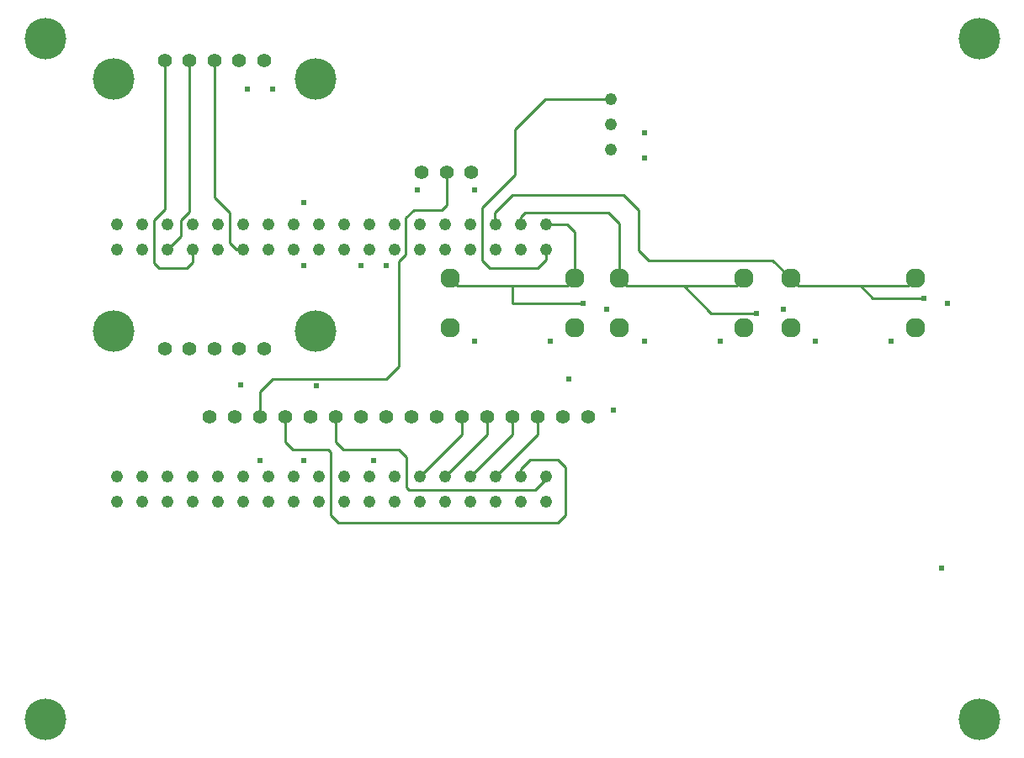
<source format=gbr>
G04 EAGLE Gerber RS-274X export*
G75*
%MOMM*%
%FSLAX34Y34*%
%LPD*%
%INCopper Layer 2*%
%IPPOS*%
%AMOC8*
5,1,8,0,0,1.08239X$1,22.5*%
G01*
%ADD10C,1.244600*%
%ADD11C,4.191000*%
%ADD12C,1.400000*%
%ADD13C,1.960000*%
%ADD14C,0.609600*%
%ADD15C,0.254000*%


D10*
X109900Y536200D03*
X109900Y510800D03*
X135300Y536200D03*
X135300Y510800D03*
X160700Y536200D03*
X160700Y510800D03*
X186100Y536200D03*
X186100Y510800D03*
X211500Y536200D03*
X211500Y510800D03*
X236900Y536200D03*
X236900Y510800D03*
X262300Y536200D03*
X262300Y510800D03*
X287700Y536200D03*
X287700Y510800D03*
X313100Y536200D03*
X313100Y510800D03*
X338500Y536200D03*
X338500Y510800D03*
X363900Y536200D03*
X363900Y510800D03*
X389300Y536200D03*
X389300Y510800D03*
X414700Y536200D03*
X414700Y510800D03*
X440100Y536200D03*
X440100Y510800D03*
X465500Y536200D03*
X465500Y510800D03*
X490900Y536200D03*
X490900Y510800D03*
X516300Y536200D03*
X516300Y510800D03*
X541700Y536200D03*
X541700Y510800D03*
X109900Y282200D03*
X109900Y256800D03*
X135300Y282200D03*
X135300Y256800D03*
X160700Y282200D03*
X160700Y256800D03*
X186100Y282200D03*
X186100Y256800D03*
X211500Y282200D03*
X211500Y256800D03*
X236900Y282200D03*
X236900Y256800D03*
X262300Y282200D03*
X262300Y256800D03*
X287700Y282200D03*
X287700Y256800D03*
X313100Y282200D03*
X313100Y256800D03*
X338500Y282200D03*
X338500Y256800D03*
X363900Y282200D03*
X363900Y256800D03*
X389300Y282200D03*
X389300Y256800D03*
X414700Y282200D03*
X414700Y256800D03*
X440100Y282200D03*
X440100Y256800D03*
X465500Y282200D03*
X465500Y256800D03*
X490900Y282200D03*
X490900Y256800D03*
X516300Y282200D03*
X516300Y256800D03*
X541700Y282200D03*
X541700Y256800D03*
D11*
X38100Y723900D03*
X977900Y723900D03*
X38100Y38100D03*
X977900Y38100D03*
D12*
X258280Y701260D03*
X233280Y701260D03*
X208280Y701260D03*
X183280Y701260D03*
X158280Y701260D03*
X258280Y411260D03*
X233280Y411260D03*
X208280Y411260D03*
X183280Y411260D03*
X158280Y411260D03*
D11*
X309880Y683260D03*
X309880Y429260D03*
X106680Y683260D03*
X106680Y429260D03*
D12*
X203200Y342900D03*
X228600Y342900D03*
X254000Y342900D03*
X279400Y342900D03*
X304800Y342900D03*
X330200Y342900D03*
X355600Y342900D03*
X381000Y342900D03*
X406400Y342900D03*
X431800Y342900D03*
X457200Y342900D03*
X482600Y342900D03*
X508000Y342900D03*
X533400Y342900D03*
X558800Y342900D03*
X584200Y342900D03*
X416960Y589280D03*
X441960Y589280D03*
X466960Y589280D03*
D10*
X607060Y662940D03*
X607060Y637540D03*
X607060Y612140D03*
D13*
X570500Y482200D03*
X570500Y432200D03*
X445500Y432200D03*
X445500Y482200D03*
X740680Y482200D03*
X740680Y432200D03*
X615680Y432200D03*
X615680Y482200D03*
X913400Y482200D03*
X913400Y432200D03*
X788400Y432200D03*
X788400Y482200D03*
D14*
X298450Y298450D03*
X368300Y298450D03*
X939800Y190500D03*
X609600Y349250D03*
X311150Y374142D03*
X469900Y419100D03*
X546100Y419100D03*
X641350Y419100D03*
X717550Y419100D03*
X812800Y419100D03*
X889000Y419100D03*
X355600Y495300D03*
X298450Y495300D03*
X298450Y558800D03*
X241300Y673100D03*
X469900Y571500D03*
X641350Y603250D03*
X254000Y298450D03*
X565150Y381000D03*
X234950Y374650D03*
X603250Y450850D03*
X781050Y450850D03*
X946150Y457200D03*
X381000Y495300D03*
X266700Y673100D03*
X412750Y571500D03*
X641350Y628650D03*
D15*
X158280Y701260D02*
X158280Y551980D01*
X147320Y541020D01*
X147320Y497840D01*
X152400Y492760D02*
X180340Y492760D01*
X186100Y498520D01*
X186100Y510800D01*
X152400Y492760D02*
X147320Y497840D01*
X183280Y549545D02*
X183280Y701260D01*
X174670Y524770D02*
X160700Y510800D01*
X174670Y540935D02*
X183280Y549545D01*
X174670Y540935D02*
X174670Y524770D01*
X208280Y563880D02*
X208280Y701260D01*
X208280Y563880D02*
X223520Y548640D01*
X223520Y518160D01*
X230880Y510800D01*
X236900Y510800D01*
X485140Y492760D02*
X533400Y492760D01*
X541700Y501060D01*
X541700Y510800D01*
X541020Y662940D02*
X607060Y662940D01*
X541020Y662940D02*
X510540Y632460D01*
X510540Y586740D01*
X477520Y553720D01*
X477520Y500380D01*
X485140Y492760D01*
X905780Y474580D02*
X913400Y482200D01*
X796020Y474580D02*
X788400Y482200D01*
X858520Y474580D02*
X905780Y474580D01*
X858520Y474580D02*
X796020Y474580D01*
X788400Y482200D02*
X770220Y500380D01*
X645160Y500380D02*
X635000Y510540D01*
X635000Y551180D01*
X619760Y566420D01*
X490900Y536200D02*
X490220Y536880D01*
X645160Y500380D02*
X770220Y500380D01*
X619760Y566420D02*
X508000Y566420D01*
X490220Y548640D01*
X490220Y536880D01*
X858520Y474580D02*
X870820Y462280D01*
X922020Y462280D01*
D14*
X922020Y462280D03*
D15*
X453120Y474580D02*
X445500Y482200D01*
X508000Y474580D02*
X562880Y474580D01*
X508000Y474580D02*
X453120Y474580D01*
X562880Y474580D02*
X570500Y482200D01*
X570500Y529320D01*
X563620Y536200D02*
X541700Y536200D01*
X563620Y536200D02*
X570500Y529320D01*
X508000Y474580D02*
X508000Y457200D01*
X579120Y457200D01*
D14*
X579120Y457200D03*
D15*
X733060Y474580D02*
X740680Y482200D01*
X623300Y474580D02*
X615680Y482200D01*
X680720Y474580D02*
X733060Y474580D01*
X680720Y474580D02*
X623300Y474580D01*
X615680Y482200D02*
X615680Y537480D01*
X604520Y548640D02*
X520700Y548640D01*
X516300Y544240D01*
X516300Y536200D01*
X604520Y548640D02*
X615680Y537480D01*
X680720Y474580D02*
X708260Y447040D01*
X753872Y447040D01*
D14*
X753872Y447040D03*
D15*
X254000Y368300D02*
X254000Y342900D01*
X254000Y368300D02*
X266700Y381000D01*
X381000Y381000D01*
X393700Y393700D01*
X393700Y499036D02*
X400730Y506066D01*
X393700Y499036D02*
X393700Y393700D01*
X408940Y551180D02*
X436880Y551180D01*
X441960Y556260D01*
X441960Y589280D01*
X400730Y542970D02*
X400730Y506066D01*
X400730Y542970D02*
X408940Y551180D01*
X279400Y342900D02*
X279400Y317500D01*
X287020Y309880D02*
X322580Y309880D01*
X325120Y307340D01*
X325120Y243840D02*
X332740Y236220D01*
X287020Y309880D02*
X279400Y317500D01*
X325120Y307340D02*
X325120Y243840D01*
X553720Y236220D02*
X561340Y243840D01*
X561340Y292100D01*
X553720Y299720D01*
X525780Y299720D01*
X516300Y290240D02*
X516300Y282200D01*
X553720Y236220D02*
X332740Y236220D01*
X516300Y290240D02*
X525780Y299720D01*
X330200Y317500D02*
X330200Y342900D01*
X401320Y271780D02*
X403860Y269240D01*
X530860Y269240D01*
X541700Y280080D01*
X541700Y282200D01*
X337820Y309880D02*
X330200Y317500D01*
X337820Y309880D02*
X393700Y309880D01*
X401320Y302260D01*
X401320Y271780D01*
X457200Y324700D02*
X457200Y342900D01*
X457200Y324700D02*
X414700Y282200D01*
X482600Y324700D02*
X482600Y342900D01*
X482600Y324700D02*
X440100Y282200D01*
X508000Y324700D02*
X508000Y342900D01*
X508000Y324700D02*
X465500Y282200D01*
X533400Y324700D02*
X533400Y342900D01*
X533400Y324700D02*
X490900Y282200D01*
M02*

</source>
